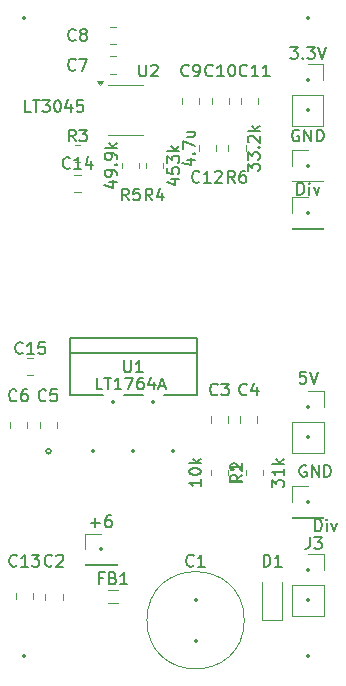
<source format=gbr>
%TF.GenerationSoftware,KiCad,Pcbnew,8.0.2*%
%TF.CreationDate,2024-06-04T16:14:45-04:00*%
%TF.ProjectId,Power Supply,506f7765-7220-4537-9570-706c792e6b69,rev?*%
%TF.SameCoordinates,Original*%
%TF.FileFunction,Legend,Top*%
%TF.FilePolarity,Positive*%
%FSLAX46Y46*%
G04 Gerber Fmt 4.6, Leading zero omitted, Abs format (unit mm)*
G04 Created by KiCad (PCBNEW 8.0.2) date 2024-06-04 16:14:45*
%MOMM*%
%LPD*%
G01*
G04 APERTURE LIST*
%ADD10C,0.150000*%
%ADD11C,0.120000*%
%ADD12C,0.152400*%
%ADD13C,0.350000*%
G04 APERTURE END LIST*
D10*
X165860588Y-99417438D02*
X165765350Y-99369819D01*
X165765350Y-99369819D02*
X165622493Y-99369819D01*
X165622493Y-99369819D02*
X165479636Y-99417438D01*
X165479636Y-99417438D02*
X165384398Y-99512676D01*
X165384398Y-99512676D02*
X165336779Y-99607914D01*
X165336779Y-99607914D02*
X165289160Y-99798390D01*
X165289160Y-99798390D02*
X165289160Y-99941247D01*
X165289160Y-99941247D02*
X165336779Y-100131723D01*
X165336779Y-100131723D02*
X165384398Y-100226961D01*
X165384398Y-100226961D02*
X165479636Y-100322200D01*
X165479636Y-100322200D02*
X165622493Y-100369819D01*
X165622493Y-100369819D02*
X165717731Y-100369819D01*
X165717731Y-100369819D02*
X165860588Y-100322200D01*
X165860588Y-100322200D02*
X165908207Y-100274580D01*
X165908207Y-100274580D02*
X165908207Y-99941247D01*
X165908207Y-99941247D02*
X165717731Y-99941247D01*
X166336779Y-100369819D02*
X166336779Y-99369819D01*
X166336779Y-99369819D02*
X166908207Y-100369819D01*
X166908207Y-100369819D02*
X166908207Y-99369819D01*
X167384398Y-100369819D02*
X167384398Y-99369819D01*
X167384398Y-99369819D02*
X167622493Y-99369819D01*
X167622493Y-99369819D02*
X167765350Y-99417438D01*
X167765350Y-99417438D02*
X167860588Y-99512676D01*
X167860588Y-99512676D02*
X167908207Y-99607914D01*
X167908207Y-99607914D02*
X167955826Y-99798390D01*
X167955826Y-99798390D02*
X167955826Y-99941247D01*
X167955826Y-99941247D02*
X167908207Y-100131723D01*
X167908207Y-100131723D02*
X167860588Y-100226961D01*
X167860588Y-100226961D02*
X167765350Y-100322200D01*
X167765350Y-100322200D02*
X167622493Y-100369819D01*
X167622493Y-100369819D02*
X167384398Y-100369819D01*
X145857142Y-74179580D02*
X145809523Y-74227200D01*
X145809523Y-74227200D02*
X145666666Y-74274819D01*
X145666666Y-74274819D02*
X145571428Y-74274819D01*
X145571428Y-74274819D02*
X145428571Y-74227200D01*
X145428571Y-74227200D02*
X145333333Y-74131961D01*
X145333333Y-74131961D02*
X145285714Y-74036723D01*
X145285714Y-74036723D02*
X145238095Y-73846247D01*
X145238095Y-73846247D02*
X145238095Y-73703390D01*
X145238095Y-73703390D02*
X145285714Y-73512914D01*
X145285714Y-73512914D02*
X145333333Y-73417676D01*
X145333333Y-73417676D02*
X145428571Y-73322438D01*
X145428571Y-73322438D02*
X145571428Y-73274819D01*
X145571428Y-73274819D02*
X145666666Y-73274819D01*
X145666666Y-73274819D02*
X145809523Y-73322438D01*
X145809523Y-73322438D02*
X145857142Y-73370057D01*
X146809523Y-74274819D02*
X146238095Y-74274819D01*
X146523809Y-74274819D02*
X146523809Y-73274819D01*
X146523809Y-73274819D02*
X146428571Y-73417676D01*
X146428571Y-73417676D02*
X146333333Y-73512914D01*
X146333333Y-73512914D02*
X146238095Y-73560533D01*
X147666666Y-73608152D02*
X147666666Y-74274819D01*
X147428571Y-73227200D02*
X147190476Y-73941485D01*
X147190476Y-73941485D02*
X147809523Y-73941485D01*
X158358333Y-93359580D02*
X158310714Y-93407200D01*
X158310714Y-93407200D02*
X158167857Y-93454819D01*
X158167857Y-93454819D02*
X158072619Y-93454819D01*
X158072619Y-93454819D02*
X157929762Y-93407200D01*
X157929762Y-93407200D02*
X157834524Y-93311961D01*
X157834524Y-93311961D02*
X157786905Y-93216723D01*
X157786905Y-93216723D02*
X157739286Y-93026247D01*
X157739286Y-93026247D02*
X157739286Y-92883390D01*
X157739286Y-92883390D02*
X157786905Y-92692914D01*
X157786905Y-92692914D02*
X157834524Y-92597676D01*
X157834524Y-92597676D02*
X157929762Y-92502438D01*
X157929762Y-92502438D02*
X158072619Y-92454819D01*
X158072619Y-92454819D02*
X158167857Y-92454819D01*
X158167857Y-92454819D02*
X158310714Y-92502438D01*
X158310714Y-92502438D02*
X158358333Y-92550057D01*
X158691667Y-92454819D02*
X159310714Y-92454819D01*
X159310714Y-92454819D02*
X158977381Y-92835771D01*
X158977381Y-92835771D02*
X159120238Y-92835771D01*
X159120238Y-92835771D02*
X159215476Y-92883390D01*
X159215476Y-92883390D02*
X159263095Y-92931009D01*
X159263095Y-92931009D02*
X159310714Y-93026247D01*
X159310714Y-93026247D02*
X159310714Y-93264342D01*
X159310714Y-93264342D02*
X159263095Y-93359580D01*
X159263095Y-93359580D02*
X159215476Y-93407200D01*
X159215476Y-93407200D02*
X159120238Y-93454819D01*
X159120238Y-93454819D02*
X158834524Y-93454819D01*
X158834524Y-93454819D02*
X158739286Y-93407200D01*
X158739286Y-93407200D02*
X158691667Y-93359580D01*
X141357142Y-107859580D02*
X141309523Y-107907200D01*
X141309523Y-107907200D02*
X141166666Y-107954819D01*
X141166666Y-107954819D02*
X141071428Y-107954819D01*
X141071428Y-107954819D02*
X140928571Y-107907200D01*
X140928571Y-107907200D02*
X140833333Y-107811961D01*
X140833333Y-107811961D02*
X140785714Y-107716723D01*
X140785714Y-107716723D02*
X140738095Y-107526247D01*
X140738095Y-107526247D02*
X140738095Y-107383390D01*
X140738095Y-107383390D02*
X140785714Y-107192914D01*
X140785714Y-107192914D02*
X140833333Y-107097676D01*
X140833333Y-107097676D02*
X140928571Y-107002438D01*
X140928571Y-107002438D02*
X141071428Y-106954819D01*
X141071428Y-106954819D02*
X141166666Y-106954819D01*
X141166666Y-106954819D02*
X141309523Y-107002438D01*
X141309523Y-107002438D02*
X141357142Y-107050057D01*
X142309523Y-107954819D02*
X141738095Y-107954819D01*
X142023809Y-107954819D02*
X142023809Y-106954819D01*
X142023809Y-106954819D02*
X141928571Y-107097676D01*
X141928571Y-107097676D02*
X141833333Y-107192914D01*
X141833333Y-107192914D02*
X141738095Y-107240533D01*
X142642857Y-106954819D02*
X143261904Y-106954819D01*
X143261904Y-106954819D02*
X142928571Y-107335771D01*
X142928571Y-107335771D02*
X143071428Y-107335771D01*
X143071428Y-107335771D02*
X143166666Y-107383390D01*
X143166666Y-107383390D02*
X143214285Y-107431009D01*
X143214285Y-107431009D02*
X143261904Y-107526247D01*
X143261904Y-107526247D02*
X143261904Y-107764342D01*
X143261904Y-107764342D02*
X143214285Y-107859580D01*
X143214285Y-107859580D02*
X143166666Y-107907200D01*
X143166666Y-107907200D02*
X143071428Y-107954819D01*
X143071428Y-107954819D02*
X142785714Y-107954819D01*
X142785714Y-107954819D02*
X142690476Y-107907200D01*
X142690476Y-107907200D02*
X142642857Y-107859580D01*
X157947142Y-66359580D02*
X157899523Y-66407200D01*
X157899523Y-66407200D02*
X157756666Y-66454819D01*
X157756666Y-66454819D02*
X157661428Y-66454819D01*
X157661428Y-66454819D02*
X157518571Y-66407200D01*
X157518571Y-66407200D02*
X157423333Y-66311961D01*
X157423333Y-66311961D02*
X157375714Y-66216723D01*
X157375714Y-66216723D02*
X157328095Y-66026247D01*
X157328095Y-66026247D02*
X157328095Y-65883390D01*
X157328095Y-65883390D02*
X157375714Y-65692914D01*
X157375714Y-65692914D02*
X157423333Y-65597676D01*
X157423333Y-65597676D02*
X157518571Y-65502438D01*
X157518571Y-65502438D02*
X157661428Y-65454819D01*
X157661428Y-65454819D02*
X157756666Y-65454819D01*
X157756666Y-65454819D02*
X157899523Y-65502438D01*
X157899523Y-65502438D02*
X157947142Y-65550057D01*
X158899523Y-66454819D02*
X158328095Y-66454819D01*
X158613809Y-66454819D02*
X158613809Y-65454819D01*
X158613809Y-65454819D02*
X158518571Y-65597676D01*
X158518571Y-65597676D02*
X158423333Y-65692914D01*
X158423333Y-65692914D02*
X158328095Y-65740533D01*
X159518571Y-65454819D02*
X159613809Y-65454819D01*
X159613809Y-65454819D02*
X159709047Y-65502438D01*
X159709047Y-65502438D02*
X159756666Y-65550057D01*
X159756666Y-65550057D02*
X159804285Y-65645295D01*
X159804285Y-65645295D02*
X159851904Y-65835771D01*
X159851904Y-65835771D02*
X159851904Y-66073866D01*
X159851904Y-66073866D02*
X159804285Y-66264342D01*
X159804285Y-66264342D02*
X159756666Y-66359580D01*
X159756666Y-66359580D02*
X159709047Y-66407200D01*
X159709047Y-66407200D02*
X159613809Y-66454819D01*
X159613809Y-66454819D02*
X159518571Y-66454819D01*
X159518571Y-66454819D02*
X159423333Y-66407200D01*
X159423333Y-66407200D02*
X159375714Y-66359580D01*
X159375714Y-66359580D02*
X159328095Y-66264342D01*
X159328095Y-66264342D02*
X159280476Y-66073866D01*
X159280476Y-66073866D02*
X159280476Y-65835771D01*
X159280476Y-65835771D02*
X159328095Y-65645295D01*
X159328095Y-65645295D02*
X159375714Y-65550057D01*
X159375714Y-65550057D02*
X159423333Y-65502438D01*
X159423333Y-65502438D02*
X159518571Y-65454819D01*
X160454819Y-100191666D02*
X159978628Y-100524999D01*
X160454819Y-100763094D02*
X159454819Y-100763094D01*
X159454819Y-100763094D02*
X159454819Y-100382142D01*
X159454819Y-100382142D02*
X159502438Y-100286904D01*
X159502438Y-100286904D02*
X159550057Y-100239285D01*
X159550057Y-100239285D02*
X159645295Y-100191666D01*
X159645295Y-100191666D02*
X159788152Y-100191666D01*
X159788152Y-100191666D02*
X159883390Y-100239285D01*
X159883390Y-100239285D02*
X159931009Y-100286904D01*
X159931009Y-100286904D02*
X159978628Y-100382142D01*
X159978628Y-100382142D02*
X159978628Y-100763094D01*
X160454819Y-99239285D02*
X160454819Y-99810713D01*
X160454819Y-99524999D02*
X159454819Y-99524999D01*
X159454819Y-99524999D02*
X159597676Y-99620237D01*
X159597676Y-99620237D02*
X159692914Y-99715475D01*
X159692914Y-99715475D02*
X159740533Y-99810713D01*
X162954819Y-101239285D02*
X162954819Y-100620238D01*
X162954819Y-100620238D02*
X163335771Y-100953571D01*
X163335771Y-100953571D02*
X163335771Y-100810714D01*
X163335771Y-100810714D02*
X163383390Y-100715476D01*
X163383390Y-100715476D02*
X163431009Y-100667857D01*
X163431009Y-100667857D02*
X163526247Y-100620238D01*
X163526247Y-100620238D02*
X163764342Y-100620238D01*
X163764342Y-100620238D02*
X163859580Y-100667857D01*
X163859580Y-100667857D02*
X163907200Y-100715476D01*
X163907200Y-100715476D02*
X163954819Y-100810714D01*
X163954819Y-100810714D02*
X163954819Y-101096428D01*
X163954819Y-101096428D02*
X163907200Y-101191666D01*
X163907200Y-101191666D02*
X163859580Y-101239285D01*
X163954819Y-99667857D02*
X163954819Y-100239285D01*
X163954819Y-99953571D02*
X162954819Y-99953571D01*
X162954819Y-99953571D02*
X163097676Y-100048809D01*
X163097676Y-100048809D02*
X163192914Y-100144047D01*
X163192914Y-100144047D02*
X163240533Y-100239285D01*
X163954819Y-99239285D02*
X162954819Y-99239285D01*
X163573866Y-99144047D02*
X163954819Y-98858333D01*
X163288152Y-98858333D02*
X163669104Y-99239285D01*
X156333333Y-107859580D02*
X156285714Y-107907200D01*
X156285714Y-107907200D02*
X156142857Y-107954819D01*
X156142857Y-107954819D02*
X156047619Y-107954819D01*
X156047619Y-107954819D02*
X155904762Y-107907200D01*
X155904762Y-107907200D02*
X155809524Y-107811961D01*
X155809524Y-107811961D02*
X155761905Y-107716723D01*
X155761905Y-107716723D02*
X155714286Y-107526247D01*
X155714286Y-107526247D02*
X155714286Y-107383390D01*
X155714286Y-107383390D02*
X155761905Y-107192914D01*
X155761905Y-107192914D02*
X155809524Y-107097676D01*
X155809524Y-107097676D02*
X155904762Y-107002438D01*
X155904762Y-107002438D02*
X156047619Y-106954819D01*
X156047619Y-106954819D02*
X156142857Y-106954819D01*
X156142857Y-106954819D02*
X156285714Y-107002438D01*
X156285714Y-107002438D02*
X156333333Y-107050057D01*
X157285714Y-107954819D02*
X156714286Y-107954819D01*
X157000000Y-107954819D02*
X157000000Y-106954819D01*
X157000000Y-106954819D02*
X156904762Y-107097676D01*
X156904762Y-107097676D02*
X156809524Y-107192914D01*
X156809524Y-107192914D02*
X156714286Y-107240533D01*
X146333333Y-71954819D02*
X146000000Y-71478628D01*
X145761905Y-71954819D02*
X145761905Y-70954819D01*
X145761905Y-70954819D02*
X146142857Y-70954819D01*
X146142857Y-70954819D02*
X146238095Y-71002438D01*
X146238095Y-71002438D02*
X146285714Y-71050057D01*
X146285714Y-71050057D02*
X146333333Y-71145295D01*
X146333333Y-71145295D02*
X146333333Y-71288152D01*
X146333333Y-71288152D02*
X146285714Y-71383390D01*
X146285714Y-71383390D02*
X146238095Y-71431009D01*
X146238095Y-71431009D02*
X146142857Y-71478628D01*
X146142857Y-71478628D02*
X145761905Y-71478628D01*
X146666667Y-70954819D02*
X147285714Y-70954819D01*
X147285714Y-70954819D02*
X146952381Y-71335771D01*
X146952381Y-71335771D02*
X147095238Y-71335771D01*
X147095238Y-71335771D02*
X147190476Y-71383390D01*
X147190476Y-71383390D02*
X147238095Y-71431009D01*
X147238095Y-71431009D02*
X147285714Y-71526247D01*
X147285714Y-71526247D02*
X147285714Y-71764342D01*
X147285714Y-71764342D02*
X147238095Y-71859580D01*
X147238095Y-71859580D02*
X147190476Y-71907200D01*
X147190476Y-71907200D02*
X147095238Y-71954819D01*
X147095238Y-71954819D02*
X146809524Y-71954819D01*
X146809524Y-71954819D02*
X146714286Y-71907200D01*
X146714286Y-71907200D02*
X146666667Y-71859580D01*
X166619048Y-104954819D02*
X166619048Y-103954819D01*
X166619048Y-103954819D02*
X166857143Y-103954819D01*
X166857143Y-103954819D02*
X167000000Y-104002438D01*
X167000000Y-104002438D02*
X167095238Y-104097676D01*
X167095238Y-104097676D02*
X167142857Y-104192914D01*
X167142857Y-104192914D02*
X167190476Y-104383390D01*
X167190476Y-104383390D02*
X167190476Y-104526247D01*
X167190476Y-104526247D02*
X167142857Y-104716723D01*
X167142857Y-104716723D02*
X167095238Y-104811961D01*
X167095238Y-104811961D02*
X167000000Y-104907200D01*
X167000000Y-104907200D02*
X166857143Y-104954819D01*
X166857143Y-104954819D02*
X166619048Y-104954819D01*
X167619048Y-104954819D02*
X167619048Y-104288152D01*
X167619048Y-103954819D02*
X167571429Y-104002438D01*
X167571429Y-104002438D02*
X167619048Y-104050057D01*
X167619048Y-104050057D02*
X167666667Y-104002438D01*
X167666667Y-104002438D02*
X167619048Y-103954819D01*
X167619048Y-103954819D02*
X167619048Y-104050057D01*
X168000000Y-104288152D02*
X168238095Y-104954819D01*
X168238095Y-104954819D02*
X168476190Y-104288152D01*
X143833333Y-93859580D02*
X143785714Y-93907200D01*
X143785714Y-93907200D02*
X143642857Y-93954819D01*
X143642857Y-93954819D02*
X143547619Y-93954819D01*
X143547619Y-93954819D02*
X143404762Y-93907200D01*
X143404762Y-93907200D02*
X143309524Y-93811961D01*
X143309524Y-93811961D02*
X143261905Y-93716723D01*
X143261905Y-93716723D02*
X143214286Y-93526247D01*
X143214286Y-93526247D02*
X143214286Y-93383390D01*
X143214286Y-93383390D02*
X143261905Y-93192914D01*
X143261905Y-93192914D02*
X143309524Y-93097676D01*
X143309524Y-93097676D02*
X143404762Y-93002438D01*
X143404762Y-93002438D02*
X143547619Y-92954819D01*
X143547619Y-92954819D02*
X143642857Y-92954819D01*
X143642857Y-92954819D02*
X143785714Y-93002438D01*
X143785714Y-93002438D02*
X143833333Y-93050057D01*
X144738095Y-92954819D02*
X144261905Y-92954819D01*
X144261905Y-92954819D02*
X144214286Y-93431009D01*
X144214286Y-93431009D02*
X144261905Y-93383390D01*
X144261905Y-93383390D02*
X144357143Y-93335771D01*
X144357143Y-93335771D02*
X144595238Y-93335771D01*
X144595238Y-93335771D02*
X144690476Y-93383390D01*
X144690476Y-93383390D02*
X144738095Y-93431009D01*
X144738095Y-93431009D02*
X144785714Y-93526247D01*
X144785714Y-93526247D02*
X144785714Y-93764342D01*
X144785714Y-93764342D02*
X144738095Y-93859580D01*
X144738095Y-93859580D02*
X144690476Y-93907200D01*
X144690476Y-93907200D02*
X144595238Y-93954819D01*
X144595238Y-93954819D02*
X144357143Y-93954819D01*
X144357143Y-93954819D02*
X144261905Y-93907200D01*
X144261905Y-93907200D02*
X144214286Y-93859580D01*
X141333333Y-93859580D02*
X141285714Y-93907200D01*
X141285714Y-93907200D02*
X141142857Y-93954819D01*
X141142857Y-93954819D02*
X141047619Y-93954819D01*
X141047619Y-93954819D02*
X140904762Y-93907200D01*
X140904762Y-93907200D02*
X140809524Y-93811961D01*
X140809524Y-93811961D02*
X140761905Y-93716723D01*
X140761905Y-93716723D02*
X140714286Y-93526247D01*
X140714286Y-93526247D02*
X140714286Y-93383390D01*
X140714286Y-93383390D02*
X140761905Y-93192914D01*
X140761905Y-93192914D02*
X140809524Y-93097676D01*
X140809524Y-93097676D02*
X140904762Y-93002438D01*
X140904762Y-93002438D02*
X141047619Y-92954819D01*
X141047619Y-92954819D02*
X141142857Y-92954819D01*
X141142857Y-92954819D02*
X141285714Y-93002438D01*
X141285714Y-93002438D02*
X141333333Y-93050057D01*
X142190476Y-92954819D02*
X142000000Y-92954819D01*
X142000000Y-92954819D02*
X141904762Y-93002438D01*
X141904762Y-93002438D02*
X141857143Y-93050057D01*
X141857143Y-93050057D02*
X141761905Y-93192914D01*
X141761905Y-93192914D02*
X141714286Y-93383390D01*
X141714286Y-93383390D02*
X141714286Y-93764342D01*
X141714286Y-93764342D02*
X141761905Y-93859580D01*
X141761905Y-93859580D02*
X141809524Y-93907200D01*
X141809524Y-93907200D02*
X141904762Y-93954819D01*
X141904762Y-93954819D02*
X142095238Y-93954819D01*
X142095238Y-93954819D02*
X142190476Y-93907200D01*
X142190476Y-93907200D02*
X142238095Y-93859580D01*
X142238095Y-93859580D02*
X142285714Y-93764342D01*
X142285714Y-93764342D02*
X142285714Y-93526247D01*
X142285714Y-93526247D02*
X142238095Y-93431009D01*
X142238095Y-93431009D02*
X142190476Y-93383390D01*
X142190476Y-93383390D02*
X142095238Y-93335771D01*
X142095238Y-93335771D02*
X141904762Y-93335771D01*
X141904762Y-93335771D02*
X141809524Y-93383390D01*
X141809524Y-93383390D02*
X141761905Y-93431009D01*
X141761905Y-93431009D02*
X141714286Y-93526247D01*
X150833333Y-76954819D02*
X150500000Y-76478628D01*
X150261905Y-76954819D02*
X150261905Y-75954819D01*
X150261905Y-75954819D02*
X150642857Y-75954819D01*
X150642857Y-75954819D02*
X150738095Y-76002438D01*
X150738095Y-76002438D02*
X150785714Y-76050057D01*
X150785714Y-76050057D02*
X150833333Y-76145295D01*
X150833333Y-76145295D02*
X150833333Y-76288152D01*
X150833333Y-76288152D02*
X150785714Y-76383390D01*
X150785714Y-76383390D02*
X150738095Y-76431009D01*
X150738095Y-76431009D02*
X150642857Y-76478628D01*
X150642857Y-76478628D02*
X150261905Y-76478628D01*
X151738095Y-75954819D02*
X151261905Y-75954819D01*
X151261905Y-75954819D02*
X151214286Y-76431009D01*
X151214286Y-76431009D02*
X151261905Y-76383390D01*
X151261905Y-76383390D02*
X151357143Y-76335771D01*
X151357143Y-76335771D02*
X151595238Y-76335771D01*
X151595238Y-76335771D02*
X151690476Y-76383390D01*
X151690476Y-76383390D02*
X151738095Y-76431009D01*
X151738095Y-76431009D02*
X151785714Y-76526247D01*
X151785714Y-76526247D02*
X151785714Y-76764342D01*
X151785714Y-76764342D02*
X151738095Y-76859580D01*
X151738095Y-76859580D02*
X151690476Y-76907200D01*
X151690476Y-76907200D02*
X151595238Y-76954819D01*
X151595238Y-76954819D02*
X151357143Y-76954819D01*
X151357143Y-76954819D02*
X151261905Y-76907200D01*
X151261905Y-76907200D02*
X151214286Y-76859580D01*
X149138152Y-75404761D02*
X149804819Y-75404761D01*
X148757200Y-75642856D02*
X149471485Y-75880951D01*
X149471485Y-75880951D02*
X149471485Y-75261904D01*
X149804819Y-74833332D02*
X149804819Y-74642856D01*
X149804819Y-74642856D02*
X149757200Y-74547618D01*
X149757200Y-74547618D02*
X149709580Y-74499999D01*
X149709580Y-74499999D02*
X149566723Y-74404761D01*
X149566723Y-74404761D02*
X149376247Y-74357142D01*
X149376247Y-74357142D02*
X148995295Y-74357142D01*
X148995295Y-74357142D02*
X148900057Y-74404761D01*
X148900057Y-74404761D02*
X148852438Y-74452380D01*
X148852438Y-74452380D02*
X148804819Y-74547618D01*
X148804819Y-74547618D02*
X148804819Y-74738094D01*
X148804819Y-74738094D02*
X148852438Y-74833332D01*
X148852438Y-74833332D02*
X148900057Y-74880951D01*
X148900057Y-74880951D02*
X148995295Y-74928570D01*
X148995295Y-74928570D02*
X149233390Y-74928570D01*
X149233390Y-74928570D02*
X149328628Y-74880951D01*
X149328628Y-74880951D02*
X149376247Y-74833332D01*
X149376247Y-74833332D02*
X149423866Y-74738094D01*
X149423866Y-74738094D02*
X149423866Y-74547618D01*
X149423866Y-74547618D02*
X149376247Y-74452380D01*
X149376247Y-74452380D02*
X149328628Y-74404761D01*
X149328628Y-74404761D02*
X149233390Y-74357142D01*
X149709580Y-73928570D02*
X149757200Y-73880951D01*
X149757200Y-73880951D02*
X149804819Y-73928570D01*
X149804819Y-73928570D02*
X149757200Y-73976189D01*
X149757200Y-73976189D02*
X149709580Y-73928570D01*
X149709580Y-73928570D02*
X149804819Y-73928570D01*
X149804819Y-73404761D02*
X149804819Y-73214285D01*
X149804819Y-73214285D02*
X149757200Y-73119047D01*
X149757200Y-73119047D02*
X149709580Y-73071428D01*
X149709580Y-73071428D02*
X149566723Y-72976190D01*
X149566723Y-72976190D02*
X149376247Y-72928571D01*
X149376247Y-72928571D02*
X148995295Y-72928571D01*
X148995295Y-72928571D02*
X148900057Y-72976190D01*
X148900057Y-72976190D02*
X148852438Y-73023809D01*
X148852438Y-73023809D02*
X148804819Y-73119047D01*
X148804819Y-73119047D02*
X148804819Y-73309523D01*
X148804819Y-73309523D02*
X148852438Y-73404761D01*
X148852438Y-73404761D02*
X148900057Y-73452380D01*
X148900057Y-73452380D02*
X148995295Y-73499999D01*
X148995295Y-73499999D02*
X149233390Y-73499999D01*
X149233390Y-73499999D02*
X149328628Y-73452380D01*
X149328628Y-73452380D02*
X149376247Y-73404761D01*
X149376247Y-73404761D02*
X149423866Y-73309523D01*
X149423866Y-73309523D02*
X149423866Y-73119047D01*
X149423866Y-73119047D02*
X149376247Y-73023809D01*
X149376247Y-73023809D02*
X149328628Y-72976190D01*
X149328628Y-72976190D02*
X149233390Y-72928571D01*
X149804819Y-72499999D02*
X148804819Y-72499999D01*
X149423866Y-72404761D02*
X149804819Y-72119047D01*
X149138152Y-72119047D02*
X149519104Y-72499999D01*
X159833333Y-75454819D02*
X159500000Y-74978628D01*
X159261905Y-75454819D02*
X159261905Y-74454819D01*
X159261905Y-74454819D02*
X159642857Y-74454819D01*
X159642857Y-74454819D02*
X159738095Y-74502438D01*
X159738095Y-74502438D02*
X159785714Y-74550057D01*
X159785714Y-74550057D02*
X159833333Y-74645295D01*
X159833333Y-74645295D02*
X159833333Y-74788152D01*
X159833333Y-74788152D02*
X159785714Y-74883390D01*
X159785714Y-74883390D02*
X159738095Y-74931009D01*
X159738095Y-74931009D02*
X159642857Y-74978628D01*
X159642857Y-74978628D02*
X159261905Y-74978628D01*
X160690476Y-74454819D02*
X160500000Y-74454819D01*
X160500000Y-74454819D02*
X160404762Y-74502438D01*
X160404762Y-74502438D02*
X160357143Y-74550057D01*
X160357143Y-74550057D02*
X160261905Y-74692914D01*
X160261905Y-74692914D02*
X160214286Y-74883390D01*
X160214286Y-74883390D02*
X160214286Y-75264342D01*
X160214286Y-75264342D02*
X160261905Y-75359580D01*
X160261905Y-75359580D02*
X160309524Y-75407200D01*
X160309524Y-75407200D02*
X160404762Y-75454819D01*
X160404762Y-75454819D02*
X160595238Y-75454819D01*
X160595238Y-75454819D02*
X160690476Y-75407200D01*
X160690476Y-75407200D02*
X160738095Y-75359580D01*
X160738095Y-75359580D02*
X160785714Y-75264342D01*
X160785714Y-75264342D02*
X160785714Y-75026247D01*
X160785714Y-75026247D02*
X160738095Y-74931009D01*
X160738095Y-74931009D02*
X160690476Y-74883390D01*
X160690476Y-74883390D02*
X160595238Y-74835771D01*
X160595238Y-74835771D02*
X160404762Y-74835771D01*
X160404762Y-74835771D02*
X160309524Y-74883390D01*
X160309524Y-74883390D02*
X160261905Y-74931009D01*
X160261905Y-74931009D02*
X160214286Y-75026247D01*
X160917319Y-74466070D02*
X160917319Y-73847023D01*
X160917319Y-73847023D02*
X161298271Y-74180356D01*
X161298271Y-74180356D02*
X161298271Y-74037499D01*
X161298271Y-74037499D02*
X161345890Y-73942261D01*
X161345890Y-73942261D02*
X161393509Y-73894642D01*
X161393509Y-73894642D02*
X161488747Y-73847023D01*
X161488747Y-73847023D02*
X161726842Y-73847023D01*
X161726842Y-73847023D02*
X161822080Y-73894642D01*
X161822080Y-73894642D02*
X161869700Y-73942261D01*
X161869700Y-73942261D02*
X161917319Y-74037499D01*
X161917319Y-74037499D02*
X161917319Y-74323213D01*
X161917319Y-74323213D02*
X161869700Y-74418451D01*
X161869700Y-74418451D02*
X161822080Y-74466070D01*
X160917319Y-73513689D02*
X160917319Y-72894642D01*
X160917319Y-72894642D02*
X161298271Y-73227975D01*
X161298271Y-73227975D02*
X161298271Y-73085118D01*
X161298271Y-73085118D02*
X161345890Y-72989880D01*
X161345890Y-72989880D02*
X161393509Y-72942261D01*
X161393509Y-72942261D02*
X161488747Y-72894642D01*
X161488747Y-72894642D02*
X161726842Y-72894642D01*
X161726842Y-72894642D02*
X161822080Y-72942261D01*
X161822080Y-72942261D02*
X161869700Y-72989880D01*
X161869700Y-72989880D02*
X161917319Y-73085118D01*
X161917319Y-73085118D02*
X161917319Y-73370832D01*
X161917319Y-73370832D02*
X161869700Y-73466070D01*
X161869700Y-73466070D02*
X161822080Y-73513689D01*
X161822080Y-72466070D02*
X161869700Y-72418451D01*
X161869700Y-72418451D02*
X161917319Y-72466070D01*
X161917319Y-72466070D02*
X161869700Y-72513689D01*
X161869700Y-72513689D02*
X161822080Y-72466070D01*
X161822080Y-72466070D02*
X161917319Y-72466070D01*
X161012557Y-72037499D02*
X160964938Y-71989880D01*
X160964938Y-71989880D02*
X160917319Y-71894642D01*
X160917319Y-71894642D02*
X160917319Y-71656547D01*
X160917319Y-71656547D02*
X160964938Y-71561309D01*
X160964938Y-71561309D02*
X161012557Y-71513690D01*
X161012557Y-71513690D02*
X161107795Y-71466071D01*
X161107795Y-71466071D02*
X161203033Y-71466071D01*
X161203033Y-71466071D02*
X161345890Y-71513690D01*
X161345890Y-71513690D02*
X161917319Y-72085118D01*
X161917319Y-72085118D02*
X161917319Y-71466071D01*
X161917319Y-71037499D02*
X160917319Y-71037499D01*
X161536366Y-70942261D02*
X161917319Y-70656547D01*
X161250652Y-70656547D02*
X161631604Y-71037499D01*
X146333333Y-63359580D02*
X146285714Y-63407200D01*
X146285714Y-63407200D02*
X146142857Y-63454819D01*
X146142857Y-63454819D02*
X146047619Y-63454819D01*
X146047619Y-63454819D02*
X145904762Y-63407200D01*
X145904762Y-63407200D02*
X145809524Y-63311961D01*
X145809524Y-63311961D02*
X145761905Y-63216723D01*
X145761905Y-63216723D02*
X145714286Y-63026247D01*
X145714286Y-63026247D02*
X145714286Y-62883390D01*
X145714286Y-62883390D02*
X145761905Y-62692914D01*
X145761905Y-62692914D02*
X145809524Y-62597676D01*
X145809524Y-62597676D02*
X145904762Y-62502438D01*
X145904762Y-62502438D02*
X146047619Y-62454819D01*
X146047619Y-62454819D02*
X146142857Y-62454819D01*
X146142857Y-62454819D02*
X146285714Y-62502438D01*
X146285714Y-62502438D02*
X146333333Y-62550057D01*
X146904762Y-62883390D02*
X146809524Y-62835771D01*
X146809524Y-62835771D02*
X146761905Y-62788152D01*
X146761905Y-62788152D02*
X146714286Y-62692914D01*
X146714286Y-62692914D02*
X146714286Y-62645295D01*
X146714286Y-62645295D02*
X146761905Y-62550057D01*
X146761905Y-62550057D02*
X146809524Y-62502438D01*
X146809524Y-62502438D02*
X146904762Y-62454819D01*
X146904762Y-62454819D02*
X147095238Y-62454819D01*
X147095238Y-62454819D02*
X147190476Y-62502438D01*
X147190476Y-62502438D02*
X147238095Y-62550057D01*
X147238095Y-62550057D02*
X147285714Y-62645295D01*
X147285714Y-62645295D02*
X147285714Y-62692914D01*
X147285714Y-62692914D02*
X147238095Y-62788152D01*
X147238095Y-62788152D02*
X147190476Y-62835771D01*
X147190476Y-62835771D02*
X147095238Y-62883390D01*
X147095238Y-62883390D02*
X146904762Y-62883390D01*
X146904762Y-62883390D02*
X146809524Y-62931009D01*
X146809524Y-62931009D02*
X146761905Y-62978628D01*
X146761905Y-62978628D02*
X146714286Y-63073866D01*
X146714286Y-63073866D02*
X146714286Y-63264342D01*
X146714286Y-63264342D02*
X146761905Y-63359580D01*
X146761905Y-63359580D02*
X146809524Y-63407200D01*
X146809524Y-63407200D02*
X146904762Y-63454819D01*
X146904762Y-63454819D02*
X147095238Y-63454819D01*
X147095238Y-63454819D02*
X147190476Y-63407200D01*
X147190476Y-63407200D02*
X147238095Y-63359580D01*
X147238095Y-63359580D02*
X147285714Y-63264342D01*
X147285714Y-63264342D02*
X147285714Y-63073866D01*
X147285714Y-63073866D02*
X147238095Y-62978628D01*
X147238095Y-62978628D02*
X147190476Y-62931009D01*
X147190476Y-62931009D02*
X147095238Y-62883390D01*
X146333333Y-65859580D02*
X146285714Y-65907200D01*
X146285714Y-65907200D02*
X146142857Y-65954819D01*
X146142857Y-65954819D02*
X146047619Y-65954819D01*
X146047619Y-65954819D02*
X145904762Y-65907200D01*
X145904762Y-65907200D02*
X145809524Y-65811961D01*
X145809524Y-65811961D02*
X145761905Y-65716723D01*
X145761905Y-65716723D02*
X145714286Y-65526247D01*
X145714286Y-65526247D02*
X145714286Y-65383390D01*
X145714286Y-65383390D02*
X145761905Y-65192914D01*
X145761905Y-65192914D02*
X145809524Y-65097676D01*
X145809524Y-65097676D02*
X145904762Y-65002438D01*
X145904762Y-65002438D02*
X146047619Y-64954819D01*
X146047619Y-64954819D02*
X146142857Y-64954819D01*
X146142857Y-64954819D02*
X146285714Y-65002438D01*
X146285714Y-65002438D02*
X146333333Y-65050057D01*
X146666667Y-64954819D02*
X147333333Y-64954819D01*
X147333333Y-64954819D02*
X146904762Y-65954819D01*
X165834523Y-91454819D02*
X165358333Y-91454819D01*
X165358333Y-91454819D02*
X165310714Y-91931009D01*
X165310714Y-91931009D02*
X165358333Y-91883390D01*
X165358333Y-91883390D02*
X165453571Y-91835771D01*
X165453571Y-91835771D02*
X165691666Y-91835771D01*
X165691666Y-91835771D02*
X165786904Y-91883390D01*
X165786904Y-91883390D02*
X165834523Y-91931009D01*
X165834523Y-91931009D02*
X165882142Y-92026247D01*
X165882142Y-92026247D02*
X165882142Y-92264342D01*
X165882142Y-92264342D02*
X165834523Y-92359580D01*
X165834523Y-92359580D02*
X165786904Y-92407200D01*
X165786904Y-92407200D02*
X165691666Y-92454819D01*
X165691666Y-92454819D02*
X165453571Y-92454819D01*
X165453571Y-92454819D02*
X165358333Y-92407200D01*
X165358333Y-92407200D02*
X165310714Y-92359580D01*
X166167857Y-91454819D02*
X166501190Y-92454819D01*
X166501190Y-92454819D02*
X166834523Y-91454819D01*
X141857142Y-89859580D02*
X141809523Y-89907200D01*
X141809523Y-89907200D02*
X141666666Y-89954819D01*
X141666666Y-89954819D02*
X141571428Y-89954819D01*
X141571428Y-89954819D02*
X141428571Y-89907200D01*
X141428571Y-89907200D02*
X141333333Y-89811961D01*
X141333333Y-89811961D02*
X141285714Y-89716723D01*
X141285714Y-89716723D02*
X141238095Y-89526247D01*
X141238095Y-89526247D02*
X141238095Y-89383390D01*
X141238095Y-89383390D02*
X141285714Y-89192914D01*
X141285714Y-89192914D02*
X141333333Y-89097676D01*
X141333333Y-89097676D02*
X141428571Y-89002438D01*
X141428571Y-89002438D02*
X141571428Y-88954819D01*
X141571428Y-88954819D02*
X141666666Y-88954819D01*
X141666666Y-88954819D02*
X141809523Y-89002438D01*
X141809523Y-89002438D02*
X141857142Y-89050057D01*
X142809523Y-89954819D02*
X142238095Y-89954819D01*
X142523809Y-89954819D02*
X142523809Y-88954819D01*
X142523809Y-88954819D02*
X142428571Y-89097676D01*
X142428571Y-89097676D02*
X142333333Y-89192914D01*
X142333333Y-89192914D02*
X142238095Y-89240533D01*
X143714285Y-88954819D02*
X143238095Y-88954819D01*
X143238095Y-88954819D02*
X143190476Y-89431009D01*
X143190476Y-89431009D02*
X143238095Y-89383390D01*
X143238095Y-89383390D02*
X143333333Y-89335771D01*
X143333333Y-89335771D02*
X143571428Y-89335771D01*
X143571428Y-89335771D02*
X143666666Y-89383390D01*
X143666666Y-89383390D02*
X143714285Y-89431009D01*
X143714285Y-89431009D02*
X143761904Y-89526247D01*
X143761904Y-89526247D02*
X143761904Y-89764342D01*
X143761904Y-89764342D02*
X143714285Y-89859580D01*
X143714285Y-89859580D02*
X143666666Y-89907200D01*
X143666666Y-89907200D02*
X143571428Y-89954819D01*
X143571428Y-89954819D02*
X143333333Y-89954819D01*
X143333333Y-89954819D02*
X143238095Y-89907200D01*
X143238095Y-89907200D02*
X143190476Y-89859580D01*
X144333333Y-107859580D02*
X144285714Y-107907200D01*
X144285714Y-107907200D02*
X144142857Y-107954819D01*
X144142857Y-107954819D02*
X144047619Y-107954819D01*
X144047619Y-107954819D02*
X143904762Y-107907200D01*
X143904762Y-107907200D02*
X143809524Y-107811961D01*
X143809524Y-107811961D02*
X143761905Y-107716723D01*
X143761905Y-107716723D02*
X143714286Y-107526247D01*
X143714286Y-107526247D02*
X143714286Y-107383390D01*
X143714286Y-107383390D02*
X143761905Y-107192914D01*
X143761905Y-107192914D02*
X143809524Y-107097676D01*
X143809524Y-107097676D02*
X143904762Y-107002438D01*
X143904762Y-107002438D02*
X144047619Y-106954819D01*
X144047619Y-106954819D02*
X144142857Y-106954819D01*
X144142857Y-106954819D02*
X144285714Y-107002438D01*
X144285714Y-107002438D02*
X144333333Y-107050057D01*
X144714286Y-107050057D02*
X144761905Y-107002438D01*
X144761905Y-107002438D02*
X144857143Y-106954819D01*
X144857143Y-106954819D02*
X145095238Y-106954819D01*
X145095238Y-106954819D02*
X145190476Y-107002438D01*
X145190476Y-107002438D02*
X145238095Y-107050057D01*
X145238095Y-107050057D02*
X145285714Y-107145295D01*
X145285714Y-107145295D02*
X145285714Y-107240533D01*
X145285714Y-107240533D02*
X145238095Y-107383390D01*
X145238095Y-107383390D02*
X144666667Y-107954819D01*
X144666667Y-107954819D02*
X145285714Y-107954819D01*
X166166666Y-105454819D02*
X166166666Y-106169104D01*
X166166666Y-106169104D02*
X166119047Y-106311961D01*
X166119047Y-106311961D02*
X166023809Y-106407200D01*
X166023809Y-106407200D02*
X165880952Y-106454819D01*
X165880952Y-106454819D02*
X165785714Y-106454819D01*
X166547619Y-105454819D02*
X167166666Y-105454819D01*
X167166666Y-105454819D02*
X166833333Y-105835771D01*
X166833333Y-105835771D02*
X166976190Y-105835771D01*
X166976190Y-105835771D02*
X167071428Y-105883390D01*
X167071428Y-105883390D02*
X167119047Y-105931009D01*
X167119047Y-105931009D02*
X167166666Y-106026247D01*
X167166666Y-106026247D02*
X167166666Y-106264342D01*
X167166666Y-106264342D02*
X167119047Y-106359580D01*
X167119047Y-106359580D02*
X167071428Y-106407200D01*
X167071428Y-106407200D02*
X166976190Y-106454819D01*
X166976190Y-106454819D02*
X166690476Y-106454819D01*
X166690476Y-106454819D02*
X166595238Y-106407200D01*
X166595238Y-106407200D02*
X166547619Y-106359580D01*
X165119048Y-76454819D02*
X165119048Y-75454819D01*
X165119048Y-75454819D02*
X165357143Y-75454819D01*
X165357143Y-75454819D02*
X165500000Y-75502438D01*
X165500000Y-75502438D02*
X165595238Y-75597676D01*
X165595238Y-75597676D02*
X165642857Y-75692914D01*
X165642857Y-75692914D02*
X165690476Y-75883390D01*
X165690476Y-75883390D02*
X165690476Y-76026247D01*
X165690476Y-76026247D02*
X165642857Y-76216723D01*
X165642857Y-76216723D02*
X165595238Y-76311961D01*
X165595238Y-76311961D02*
X165500000Y-76407200D01*
X165500000Y-76407200D02*
X165357143Y-76454819D01*
X165357143Y-76454819D02*
X165119048Y-76454819D01*
X166119048Y-76454819D02*
X166119048Y-75788152D01*
X166119048Y-75454819D02*
X166071429Y-75502438D01*
X166071429Y-75502438D02*
X166119048Y-75550057D01*
X166119048Y-75550057D02*
X166166667Y-75502438D01*
X166166667Y-75502438D02*
X166119048Y-75454819D01*
X166119048Y-75454819D02*
X166119048Y-75550057D01*
X166500000Y-75788152D02*
X166738095Y-76454819D01*
X166738095Y-76454819D02*
X166976190Y-75788152D01*
X164523810Y-63954819D02*
X165142857Y-63954819D01*
X165142857Y-63954819D02*
X164809524Y-64335771D01*
X164809524Y-64335771D02*
X164952381Y-64335771D01*
X164952381Y-64335771D02*
X165047619Y-64383390D01*
X165047619Y-64383390D02*
X165095238Y-64431009D01*
X165095238Y-64431009D02*
X165142857Y-64526247D01*
X165142857Y-64526247D02*
X165142857Y-64764342D01*
X165142857Y-64764342D02*
X165095238Y-64859580D01*
X165095238Y-64859580D02*
X165047619Y-64907200D01*
X165047619Y-64907200D02*
X164952381Y-64954819D01*
X164952381Y-64954819D02*
X164666667Y-64954819D01*
X164666667Y-64954819D02*
X164571429Y-64907200D01*
X164571429Y-64907200D02*
X164523810Y-64859580D01*
X165571429Y-64859580D02*
X165619048Y-64907200D01*
X165619048Y-64907200D02*
X165571429Y-64954819D01*
X165571429Y-64954819D02*
X165523810Y-64907200D01*
X165523810Y-64907200D02*
X165571429Y-64859580D01*
X165571429Y-64859580D02*
X165571429Y-64954819D01*
X165952381Y-63954819D02*
X166571428Y-63954819D01*
X166571428Y-63954819D02*
X166238095Y-64335771D01*
X166238095Y-64335771D02*
X166380952Y-64335771D01*
X166380952Y-64335771D02*
X166476190Y-64383390D01*
X166476190Y-64383390D02*
X166523809Y-64431009D01*
X166523809Y-64431009D02*
X166571428Y-64526247D01*
X166571428Y-64526247D02*
X166571428Y-64764342D01*
X166571428Y-64764342D02*
X166523809Y-64859580D01*
X166523809Y-64859580D02*
X166476190Y-64907200D01*
X166476190Y-64907200D02*
X166380952Y-64954819D01*
X166380952Y-64954819D02*
X166095238Y-64954819D01*
X166095238Y-64954819D02*
X166000000Y-64907200D01*
X166000000Y-64907200D02*
X165952381Y-64859580D01*
X166857143Y-63954819D02*
X167190476Y-64954819D01*
X167190476Y-64954819D02*
X167523809Y-63954819D01*
X156819642Y-75359580D02*
X156772023Y-75407200D01*
X156772023Y-75407200D02*
X156629166Y-75454819D01*
X156629166Y-75454819D02*
X156533928Y-75454819D01*
X156533928Y-75454819D02*
X156391071Y-75407200D01*
X156391071Y-75407200D02*
X156295833Y-75311961D01*
X156295833Y-75311961D02*
X156248214Y-75216723D01*
X156248214Y-75216723D02*
X156200595Y-75026247D01*
X156200595Y-75026247D02*
X156200595Y-74883390D01*
X156200595Y-74883390D02*
X156248214Y-74692914D01*
X156248214Y-74692914D02*
X156295833Y-74597676D01*
X156295833Y-74597676D02*
X156391071Y-74502438D01*
X156391071Y-74502438D02*
X156533928Y-74454819D01*
X156533928Y-74454819D02*
X156629166Y-74454819D01*
X156629166Y-74454819D02*
X156772023Y-74502438D01*
X156772023Y-74502438D02*
X156819642Y-74550057D01*
X157772023Y-75454819D02*
X157200595Y-75454819D01*
X157486309Y-75454819D02*
X157486309Y-74454819D01*
X157486309Y-74454819D02*
X157391071Y-74597676D01*
X157391071Y-74597676D02*
X157295833Y-74692914D01*
X157295833Y-74692914D02*
X157200595Y-74740533D01*
X158152976Y-74550057D02*
X158200595Y-74502438D01*
X158200595Y-74502438D02*
X158295833Y-74454819D01*
X158295833Y-74454819D02*
X158533928Y-74454819D01*
X158533928Y-74454819D02*
X158629166Y-74502438D01*
X158629166Y-74502438D02*
X158676785Y-74550057D01*
X158676785Y-74550057D02*
X158724404Y-74645295D01*
X158724404Y-74645295D02*
X158724404Y-74740533D01*
X158724404Y-74740533D02*
X158676785Y-74883390D01*
X158676785Y-74883390D02*
X158105357Y-75454819D01*
X158105357Y-75454819D02*
X158724404Y-75454819D01*
X155750652Y-73513690D02*
X156417319Y-73513690D01*
X155369700Y-73751785D02*
X156083985Y-73989880D01*
X156083985Y-73989880D02*
X156083985Y-73370833D01*
X156322080Y-72989880D02*
X156369700Y-72942261D01*
X156369700Y-72942261D02*
X156417319Y-72989880D01*
X156417319Y-72989880D02*
X156369700Y-73037499D01*
X156369700Y-73037499D02*
X156322080Y-72989880D01*
X156322080Y-72989880D02*
X156417319Y-72989880D01*
X155417319Y-72608928D02*
X155417319Y-71942262D01*
X155417319Y-71942262D02*
X156417319Y-72370833D01*
X155750652Y-71132738D02*
X156417319Y-71132738D01*
X155750652Y-71561309D02*
X156274461Y-71561309D01*
X156274461Y-71561309D02*
X156369700Y-71513690D01*
X156369700Y-71513690D02*
X156417319Y-71418452D01*
X156417319Y-71418452D02*
X156417319Y-71275595D01*
X156417319Y-71275595D02*
X156369700Y-71180357D01*
X156369700Y-71180357D02*
X156322080Y-71132738D01*
X160454819Y-100166666D02*
X159978628Y-100499999D01*
X160454819Y-100738094D02*
X159454819Y-100738094D01*
X159454819Y-100738094D02*
X159454819Y-100357142D01*
X159454819Y-100357142D02*
X159502438Y-100261904D01*
X159502438Y-100261904D02*
X159550057Y-100214285D01*
X159550057Y-100214285D02*
X159645295Y-100166666D01*
X159645295Y-100166666D02*
X159788152Y-100166666D01*
X159788152Y-100166666D02*
X159883390Y-100214285D01*
X159883390Y-100214285D02*
X159931009Y-100261904D01*
X159931009Y-100261904D02*
X159978628Y-100357142D01*
X159978628Y-100357142D02*
X159978628Y-100738094D01*
X159550057Y-99785713D02*
X159502438Y-99738094D01*
X159502438Y-99738094D02*
X159454819Y-99642856D01*
X159454819Y-99642856D02*
X159454819Y-99404761D01*
X159454819Y-99404761D02*
X159502438Y-99309523D01*
X159502438Y-99309523D02*
X159550057Y-99261904D01*
X159550057Y-99261904D02*
X159645295Y-99214285D01*
X159645295Y-99214285D02*
X159740533Y-99214285D01*
X159740533Y-99214285D02*
X159883390Y-99261904D01*
X159883390Y-99261904D02*
X160454819Y-99833332D01*
X160454819Y-99833332D02*
X160454819Y-99214285D01*
X156954819Y-100570238D02*
X156954819Y-101141666D01*
X156954819Y-100855952D02*
X155954819Y-100855952D01*
X155954819Y-100855952D02*
X156097676Y-100951190D01*
X156097676Y-100951190D02*
X156192914Y-101046428D01*
X156192914Y-101046428D02*
X156240533Y-101141666D01*
X155954819Y-99951190D02*
X155954819Y-99855952D01*
X155954819Y-99855952D02*
X156002438Y-99760714D01*
X156002438Y-99760714D02*
X156050057Y-99713095D01*
X156050057Y-99713095D02*
X156145295Y-99665476D01*
X156145295Y-99665476D02*
X156335771Y-99617857D01*
X156335771Y-99617857D02*
X156573866Y-99617857D01*
X156573866Y-99617857D02*
X156764342Y-99665476D01*
X156764342Y-99665476D02*
X156859580Y-99713095D01*
X156859580Y-99713095D02*
X156907200Y-99760714D01*
X156907200Y-99760714D02*
X156954819Y-99855952D01*
X156954819Y-99855952D02*
X156954819Y-99951190D01*
X156954819Y-99951190D02*
X156907200Y-100046428D01*
X156907200Y-100046428D02*
X156859580Y-100094047D01*
X156859580Y-100094047D02*
X156764342Y-100141666D01*
X156764342Y-100141666D02*
X156573866Y-100189285D01*
X156573866Y-100189285D02*
X156335771Y-100189285D01*
X156335771Y-100189285D02*
X156145295Y-100141666D01*
X156145295Y-100141666D02*
X156050057Y-100094047D01*
X156050057Y-100094047D02*
X156002438Y-100046428D01*
X156002438Y-100046428D02*
X155954819Y-99951190D01*
X156954819Y-99189285D02*
X155954819Y-99189285D01*
X156573866Y-99094047D02*
X156954819Y-98808333D01*
X156288152Y-98808333D02*
X156669104Y-99189285D01*
X152833333Y-76954819D02*
X152500000Y-76478628D01*
X152261905Y-76954819D02*
X152261905Y-75954819D01*
X152261905Y-75954819D02*
X152642857Y-75954819D01*
X152642857Y-75954819D02*
X152738095Y-76002438D01*
X152738095Y-76002438D02*
X152785714Y-76050057D01*
X152785714Y-76050057D02*
X152833333Y-76145295D01*
X152833333Y-76145295D02*
X152833333Y-76288152D01*
X152833333Y-76288152D02*
X152785714Y-76383390D01*
X152785714Y-76383390D02*
X152738095Y-76431009D01*
X152738095Y-76431009D02*
X152642857Y-76478628D01*
X152642857Y-76478628D02*
X152261905Y-76478628D01*
X153690476Y-76288152D02*
X153690476Y-76954819D01*
X153452381Y-75907200D02*
X153214286Y-76621485D01*
X153214286Y-76621485D02*
X153833333Y-76621485D01*
X154438152Y-75166666D02*
X155104819Y-75166666D01*
X154057200Y-75404761D02*
X154771485Y-75642856D01*
X154771485Y-75642856D02*
X154771485Y-75023809D01*
X154104819Y-74166666D02*
X154104819Y-74642856D01*
X154104819Y-74642856D02*
X154581009Y-74690475D01*
X154581009Y-74690475D02*
X154533390Y-74642856D01*
X154533390Y-74642856D02*
X154485771Y-74547618D01*
X154485771Y-74547618D02*
X154485771Y-74309523D01*
X154485771Y-74309523D02*
X154533390Y-74214285D01*
X154533390Y-74214285D02*
X154581009Y-74166666D01*
X154581009Y-74166666D02*
X154676247Y-74119047D01*
X154676247Y-74119047D02*
X154914342Y-74119047D01*
X154914342Y-74119047D02*
X155009580Y-74166666D01*
X155009580Y-74166666D02*
X155057200Y-74214285D01*
X155057200Y-74214285D02*
X155104819Y-74309523D01*
X155104819Y-74309523D02*
X155104819Y-74547618D01*
X155104819Y-74547618D02*
X155057200Y-74642856D01*
X155057200Y-74642856D02*
X155009580Y-74690475D01*
X154104819Y-73785713D02*
X154104819Y-73166666D01*
X154104819Y-73166666D02*
X154485771Y-73499999D01*
X154485771Y-73499999D02*
X154485771Y-73357142D01*
X154485771Y-73357142D02*
X154533390Y-73261904D01*
X154533390Y-73261904D02*
X154581009Y-73214285D01*
X154581009Y-73214285D02*
X154676247Y-73166666D01*
X154676247Y-73166666D02*
X154914342Y-73166666D01*
X154914342Y-73166666D02*
X155009580Y-73214285D01*
X155009580Y-73214285D02*
X155057200Y-73261904D01*
X155057200Y-73261904D02*
X155104819Y-73357142D01*
X155104819Y-73357142D02*
X155104819Y-73642856D01*
X155104819Y-73642856D02*
X155057200Y-73738094D01*
X155057200Y-73738094D02*
X155009580Y-73785713D01*
X155104819Y-72738094D02*
X154104819Y-72738094D01*
X154723866Y-72642856D02*
X155104819Y-72357142D01*
X154438152Y-72357142D02*
X154819104Y-72738094D01*
X162261905Y-107954819D02*
X162261905Y-106954819D01*
X162261905Y-106954819D02*
X162500000Y-106954819D01*
X162500000Y-106954819D02*
X162642857Y-107002438D01*
X162642857Y-107002438D02*
X162738095Y-107097676D01*
X162738095Y-107097676D02*
X162785714Y-107192914D01*
X162785714Y-107192914D02*
X162833333Y-107383390D01*
X162833333Y-107383390D02*
X162833333Y-107526247D01*
X162833333Y-107526247D02*
X162785714Y-107716723D01*
X162785714Y-107716723D02*
X162738095Y-107811961D01*
X162738095Y-107811961D02*
X162642857Y-107907200D01*
X162642857Y-107907200D02*
X162500000Y-107954819D01*
X162500000Y-107954819D02*
X162261905Y-107954819D01*
X163785714Y-107954819D02*
X163214286Y-107954819D01*
X163500000Y-107954819D02*
X163500000Y-106954819D01*
X163500000Y-106954819D02*
X163404762Y-107097676D01*
X163404762Y-107097676D02*
X163309524Y-107192914D01*
X163309524Y-107192914D02*
X163214286Y-107240533D01*
X150464895Y-90495719D02*
X150464895Y-91305242D01*
X150464895Y-91305242D02*
X150512514Y-91400480D01*
X150512514Y-91400480D02*
X150560133Y-91448100D01*
X150560133Y-91448100D02*
X150655371Y-91495719D01*
X150655371Y-91495719D02*
X150845847Y-91495719D01*
X150845847Y-91495719D02*
X150941085Y-91448100D01*
X150941085Y-91448100D02*
X150988704Y-91400480D01*
X150988704Y-91400480D02*
X151036323Y-91305242D01*
X151036323Y-91305242D02*
X151036323Y-90495719D01*
X152036323Y-91495719D02*
X151464895Y-91495719D01*
X151750609Y-91495719D02*
X151750609Y-90495719D01*
X151750609Y-90495719D02*
X151655371Y-90638576D01*
X151655371Y-90638576D02*
X151560133Y-90733814D01*
X151560133Y-90733814D02*
X151464895Y-90781433D01*
X148595237Y-92954819D02*
X148119047Y-92954819D01*
X148119047Y-92954819D02*
X148119047Y-91954819D01*
X148785714Y-91954819D02*
X149357142Y-91954819D01*
X149071428Y-92954819D02*
X149071428Y-91954819D01*
X150214285Y-92954819D02*
X149642857Y-92954819D01*
X149928571Y-92954819D02*
X149928571Y-91954819D01*
X149928571Y-91954819D02*
X149833333Y-92097676D01*
X149833333Y-92097676D02*
X149738095Y-92192914D01*
X149738095Y-92192914D02*
X149642857Y-92240533D01*
X150547619Y-91954819D02*
X151214285Y-91954819D01*
X151214285Y-91954819D02*
X150785714Y-92954819D01*
X152023809Y-91954819D02*
X151833333Y-91954819D01*
X151833333Y-91954819D02*
X151738095Y-92002438D01*
X151738095Y-92002438D02*
X151690476Y-92050057D01*
X151690476Y-92050057D02*
X151595238Y-92192914D01*
X151595238Y-92192914D02*
X151547619Y-92383390D01*
X151547619Y-92383390D02*
X151547619Y-92764342D01*
X151547619Y-92764342D02*
X151595238Y-92859580D01*
X151595238Y-92859580D02*
X151642857Y-92907200D01*
X151642857Y-92907200D02*
X151738095Y-92954819D01*
X151738095Y-92954819D02*
X151928571Y-92954819D01*
X151928571Y-92954819D02*
X152023809Y-92907200D01*
X152023809Y-92907200D02*
X152071428Y-92859580D01*
X152071428Y-92859580D02*
X152119047Y-92764342D01*
X152119047Y-92764342D02*
X152119047Y-92526247D01*
X152119047Y-92526247D02*
X152071428Y-92431009D01*
X152071428Y-92431009D02*
X152023809Y-92383390D01*
X152023809Y-92383390D02*
X151928571Y-92335771D01*
X151928571Y-92335771D02*
X151738095Y-92335771D01*
X151738095Y-92335771D02*
X151642857Y-92383390D01*
X151642857Y-92383390D02*
X151595238Y-92431009D01*
X151595238Y-92431009D02*
X151547619Y-92526247D01*
X152976190Y-92288152D02*
X152976190Y-92954819D01*
X152738095Y-91907200D02*
X152500000Y-92621485D01*
X152500000Y-92621485D02*
X153119047Y-92621485D01*
X153452381Y-92669104D02*
X153928571Y-92669104D01*
X153357143Y-92954819D02*
X153690476Y-91954819D01*
X153690476Y-91954819D02*
X154023809Y-92954819D01*
X160857142Y-66359580D02*
X160809523Y-66407200D01*
X160809523Y-66407200D02*
X160666666Y-66454819D01*
X160666666Y-66454819D02*
X160571428Y-66454819D01*
X160571428Y-66454819D02*
X160428571Y-66407200D01*
X160428571Y-66407200D02*
X160333333Y-66311961D01*
X160333333Y-66311961D02*
X160285714Y-66216723D01*
X160285714Y-66216723D02*
X160238095Y-66026247D01*
X160238095Y-66026247D02*
X160238095Y-65883390D01*
X160238095Y-65883390D02*
X160285714Y-65692914D01*
X160285714Y-65692914D02*
X160333333Y-65597676D01*
X160333333Y-65597676D02*
X160428571Y-65502438D01*
X160428571Y-65502438D02*
X160571428Y-65454819D01*
X160571428Y-65454819D02*
X160666666Y-65454819D01*
X160666666Y-65454819D02*
X160809523Y-65502438D01*
X160809523Y-65502438D02*
X160857142Y-65550057D01*
X161809523Y-66454819D02*
X161238095Y-66454819D01*
X161523809Y-66454819D02*
X161523809Y-65454819D01*
X161523809Y-65454819D02*
X161428571Y-65597676D01*
X161428571Y-65597676D02*
X161333333Y-65692914D01*
X161333333Y-65692914D02*
X161238095Y-65740533D01*
X162761904Y-66454819D02*
X162190476Y-66454819D01*
X162476190Y-66454819D02*
X162476190Y-65454819D01*
X162476190Y-65454819D02*
X162380952Y-65597676D01*
X162380952Y-65597676D02*
X162285714Y-65692914D01*
X162285714Y-65692914D02*
X162190476Y-65740533D01*
X151738095Y-65454819D02*
X151738095Y-66264342D01*
X151738095Y-66264342D02*
X151785714Y-66359580D01*
X151785714Y-66359580D02*
X151833333Y-66407200D01*
X151833333Y-66407200D02*
X151928571Y-66454819D01*
X151928571Y-66454819D02*
X152119047Y-66454819D01*
X152119047Y-66454819D02*
X152214285Y-66407200D01*
X152214285Y-66407200D02*
X152261904Y-66359580D01*
X152261904Y-66359580D02*
X152309523Y-66264342D01*
X152309523Y-66264342D02*
X152309523Y-65454819D01*
X152738095Y-65550057D02*
X152785714Y-65502438D01*
X152785714Y-65502438D02*
X152880952Y-65454819D01*
X152880952Y-65454819D02*
X153119047Y-65454819D01*
X153119047Y-65454819D02*
X153214285Y-65502438D01*
X153214285Y-65502438D02*
X153261904Y-65550057D01*
X153261904Y-65550057D02*
X153309523Y-65645295D01*
X153309523Y-65645295D02*
X153309523Y-65740533D01*
X153309523Y-65740533D02*
X153261904Y-65883390D01*
X153261904Y-65883390D02*
X152690476Y-66454819D01*
X152690476Y-66454819D02*
X153309523Y-66454819D01*
X142523809Y-69454819D02*
X142047619Y-69454819D01*
X142047619Y-69454819D02*
X142047619Y-68454819D01*
X142714286Y-68454819D02*
X143285714Y-68454819D01*
X143000000Y-69454819D02*
X143000000Y-68454819D01*
X143523810Y-68454819D02*
X144142857Y-68454819D01*
X144142857Y-68454819D02*
X143809524Y-68835771D01*
X143809524Y-68835771D02*
X143952381Y-68835771D01*
X143952381Y-68835771D02*
X144047619Y-68883390D01*
X144047619Y-68883390D02*
X144095238Y-68931009D01*
X144095238Y-68931009D02*
X144142857Y-69026247D01*
X144142857Y-69026247D02*
X144142857Y-69264342D01*
X144142857Y-69264342D02*
X144095238Y-69359580D01*
X144095238Y-69359580D02*
X144047619Y-69407200D01*
X144047619Y-69407200D02*
X143952381Y-69454819D01*
X143952381Y-69454819D02*
X143666667Y-69454819D01*
X143666667Y-69454819D02*
X143571429Y-69407200D01*
X143571429Y-69407200D02*
X143523810Y-69359580D01*
X144761905Y-68454819D02*
X144857143Y-68454819D01*
X144857143Y-68454819D02*
X144952381Y-68502438D01*
X144952381Y-68502438D02*
X145000000Y-68550057D01*
X145000000Y-68550057D02*
X145047619Y-68645295D01*
X145047619Y-68645295D02*
X145095238Y-68835771D01*
X145095238Y-68835771D02*
X145095238Y-69073866D01*
X145095238Y-69073866D02*
X145047619Y-69264342D01*
X145047619Y-69264342D02*
X145000000Y-69359580D01*
X145000000Y-69359580D02*
X144952381Y-69407200D01*
X144952381Y-69407200D02*
X144857143Y-69454819D01*
X144857143Y-69454819D02*
X144761905Y-69454819D01*
X144761905Y-69454819D02*
X144666667Y-69407200D01*
X144666667Y-69407200D02*
X144619048Y-69359580D01*
X144619048Y-69359580D02*
X144571429Y-69264342D01*
X144571429Y-69264342D02*
X144523810Y-69073866D01*
X144523810Y-69073866D02*
X144523810Y-68835771D01*
X144523810Y-68835771D02*
X144571429Y-68645295D01*
X144571429Y-68645295D02*
X144619048Y-68550057D01*
X144619048Y-68550057D02*
X144666667Y-68502438D01*
X144666667Y-68502438D02*
X144761905Y-68454819D01*
X145952381Y-68788152D02*
X145952381Y-69454819D01*
X145714286Y-68407200D02*
X145476191Y-69121485D01*
X145476191Y-69121485D02*
X146095238Y-69121485D01*
X146952381Y-68454819D02*
X146476191Y-68454819D01*
X146476191Y-68454819D02*
X146428572Y-68931009D01*
X146428572Y-68931009D02*
X146476191Y-68883390D01*
X146476191Y-68883390D02*
X146571429Y-68835771D01*
X146571429Y-68835771D02*
X146809524Y-68835771D01*
X146809524Y-68835771D02*
X146904762Y-68883390D01*
X146904762Y-68883390D02*
X146952381Y-68931009D01*
X146952381Y-68931009D02*
X147000000Y-69026247D01*
X147000000Y-69026247D02*
X147000000Y-69264342D01*
X147000000Y-69264342D02*
X146952381Y-69359580D01*
X146952381Y-69359580D02*
X146904762Y-69407200D01*
X146904762Y-69407200D02*
X146809524Y-69454819D01*
X146809524Y-69454819D02*
X146571429Y-69454819D01*
X146571429Y-69454819D02*
X146476191Y-69407200D01*
X146476191Y-69407200D02*
X146428572Y-69359580D01*
X147642857Y-104243866D02*
X148404762Y-104243866D01*
X148023809Y-104624819D02*
X148023809Y-103862914D01*
X149309523Y-103624819D02*
X149119047Y-103624819D01*
X149119047Y-103624819D02*
X149023809Y-103672438D01*
X149023809Y-103672438D02*
X148976190Y-103720057D01*
X148976190Y-103720057D02*
X148880952Y-103862914D01*
X148880952Y-103862914D02*
X148833333Y-104053390D01*
X148833333Y-104053390D02*
X148833333Y-104434342D01*
X148833333Y-104434342D02*
X148880952Y-104529580D01*
X148880952Y-104529580D02*
X148928571Y-104577200D01*
X148928571Y-104577200D02*
X149023809Y-104624819D01*
X149023809Y-104624819D02*
X149214285Y-104624819D01*
X149214285Y-104624819D02*
X149309523Y-104577200D01*
X149309523Y-104577200D02*
X149357142Y-104529580D01*
X149357142Y-104529580D02*
X149404761Y-104434342D01*
X149404761Y-104434342D02*
X149404761Y-104196247D01*
X149404761Y-104196247D02*
X149357142Y-104101009D01*
X149357142Y-104101009D02*
X149309523Y-104053390D01*
X149309523Y-104053390D02*
X149214285Y-104005771D01*
X149214285Y-104005771D02*
X149023809Y-104005771D01*
X149023809Y-104005771D02*
X148928571Y-104053390D01*
X148928571Y-104053390D02*
X148880952Y-104101009D01*
X148880952Y-104101009D02*
X148833333Y-104196247D01*
X165238095Y-71002438D02*
X165142857Y-70954819D01*
X165142857Y-70954819D02*
X165000000Y-70954819D01*
X165000000Y-70954819D02*
X164857143Y-71002438D01*
X164857143Y-71002438D02*
X164761905Y-71097676D01*
X164761905Y-71097676D02*
X164714286Y-71192914D01*
X164714286Y-71192914D02*
X164666667Y-71383390D01*
X164666667Y-71383390D02*
X164666667Y-71526247D01*
X164666667Y-71526247D02*
X164714286Y-71716723D01*
X164714286Y-71716723D02*
X164761905Y-71811961D01*
X164761905Y-71811961D02*
X164857143Y-71907200D01*
X164857143Y-71907200D02*
X165000000Y-71954819D01*
X165000000Y-71954819D02*
X165095238Y-71954819D01*
X165095238Y-71954819D02*
X165238095Y-71907200D01*
X165238095Y-71907200D02*
X165285714Y-71859580D01*
X165285714Y-71859580D02*
X165285714Y-71526247D01*
X165285714Y-71526247D02*
X165095238Y-71526247D01*
X165714286Y-71954819D02*
X165714286Y-70954819D01*
X165714286Y-70954819D02*
X166285714Y-71954819D01*
X166285714Y-71954819D02*
X166285714Y-70954819D01*
X166761905Y-71954819D02*
X166761905Y-70954819D01*
X166761905Y-70954819D02*
X167000000Y-70954819D01*
X167000000Y-70954819D02*
X167142857Y-71002438D01*
X167142857Y-71002438D02*
X167238095Y-71097676D01*
X167238095Y-71097676D02*
X167285714Y-71192914D01*
X167285714Y-71192914D02*
X167333333Y-71383390D01*
X167333333Y-71383390D02*
X167333333Y-71526247D01*
X167333333Y-71526247D02*
X167285714Y-71716723D01*
X167285714Y-71716723D02*
X167238095Y-71811961D01*
X167238095Y-71811961D02*
X167142857Y-71907200D01*
X167142857Y-71907200D02*
X167000000Y-71954819D01*
X167000000Y-71954819D02*
X166761905Y-71954819D01*
X148666666Y-108931009D02*
X148333333Y-108931009D01*
X148333333Y-109454819D02*
X148333333Y-108454819D01*
X148333333Y-108454819D02*
X148809523Y-108454819D01*
X149523809Y-108931009D02*
X149666666Y-108978628D01*
X149666666Y-108978628D02*
X149714285Y-109026247D01*
X149714285Y-109026247D02*
X149761904Y-109121485D01*
X149761904Y-109121485D02*
X149761904Y-109264342D01*
X149761904Y-109264342D02*
X149714285Y-109359580D01*
X149714285Y-109359580D02*
X149666666Y-109407200D01*
X149666666Y-109407200D02*
X149571428Y-109454819D01*
X149571428Y-109454819D02*
X149190476Y-109454819D01*
X149190476Y-109454819D02*
X149190476Y-108454819D01*
X149190476Y-108454819D02*
X149523809Y-108454819D01*
X149523809Y-108454819D02*
X149619047Y-108502438D01*
X149619047Y-108502438D02*
X149666666Y-108550057D01*
X149666666Y-108550057D02*
X149714285Y-108645295D01*
X149714285Y-108645295D02*
X149714285Y-108740533D01*
X149714285Y-108740533D02*
X149666666Y-108835771D01*
X149666666Y-108835771D02*
X149619047Y-108883390D01*
X149619047Y-108883390D02*
X149523809Y-108931009D01*
X149523809Y-108931009D02*
X149190476Y-108931009D01*
X150714285Y-109454819D02*
X150142857Y-109454819D01*
X150428571Y-109454819D02*
X150428571Y-108454819D01*
X150428571Y-108454819D02*
X150333333Y-108597676D01*
X150333333Y-108597676D02*
X150238095Y-108692914D01*
X150238095Y-108692914D02*
X150142857Y-108740533D01*
X160833333Y-93359580D02*
X160785714Y-93407200D01*
X160785714Y-93407200D02*
X160642857Y-93454819D01*
X160642857Y-93454819D02*
X160547619Y-93454819D01*
X160547619Y-93454819D02*
X160404762Y-93407200D01*
X160404762Y-93407200D02*
X160309524Y-93311961D01*
X160309524Y-93311961D02*
X160261905Y-93216723D01*
X160261905Y-93216723D02*
X160214286Y-93026247D01*
X160214286Y-93026247D02*
X160214286Y-92883390D01*
X160214286Y-92883390D02*
X160261905Y-92692914D01*
X160261905Y-92692914D02*
X160309524Y-92597676D01*
X160309524Y-92597676D02*
X160404762Y-92502438D01*
X160404762Y-92502438D02*
X160547619Y-92454819D01*
X160547619Y-92454819D02*
X160642857Y-92454819D01*
X160642857Y-92454819D02*
X160785714Y-92502438D01*
X160785714Y-92502438D02*
X160833333Y-92550057D01*
X161690476Y-92788152D02*
X161690476Y-93454819D01*
X161452381Y-92407200D02*
X161214286Y-93121485D01*
X161214286Y-93121485D02*
X161833333Y-93121485D01*
X155923333Y-66359580D02*
X155875714Y-66407200D01*
X155875714Y-66407200D02*
X155732857Y-66454819D01*
X155732857Y-66454819D02*
X155637619Y-66454819D01*
X155637619Y-66454819D02*
X155494762Y-66407200D01*
X155494762Y-66407200D02*
X155399524Y-66311961D01*
X155399524Y-66311961D02*
X155351905Y-66216723D01*
X155351905Y-66216723D02*
X155304286Y-66026247D01*
X155304286Y-66026247D02*
X155304286Y-65883390D01*
X155304286Y-65883390D02*
X155351905Y-65692914D01*
X155351905Y-65692914D02*
X155399524Y-65597676D01*
X155399524Y-65597676D02*
X155494762Y-65502438D01*
X155494762Y-65502438D02*
X155637619Y-65454819D01*
X155637619Y-65454819D02*
X155732857Y-65454819D01*
X155732857Y-65454819D02*
X155875714Y-65502438D01*
X155875714Y-65502438D02*
X155923333Y-65550057D01*
X156399524Y-66454819D02*
X156590000Y-66454819D01*
X156590000Y-66454819D02*
X156685238Y-66407200D01*
X156685238Y-66407200D02*
X156732857Y-66359580D01*
X156732857Y-66359580D02*
X156828095Y-66216723D01*
X156828095Y-66216723D02*
X156875714Y-66026247D01*
X156875714Y-66026247D02*
X156875714Y-65645295D01*
X156875714Y-65645295D02*
X156828095Y-65550057D01*
X156828095Y-65550057D02*
X156780476Y-65502438D01*
X156780476Y-65502438D02*
X156685238Y-65454819D01*
X156685238Y-65454819D02*
X156494762Y-65454819D01*
X156494762Y-65454819D02*
X156399524Y-65502438D01*
X156399524Y-65502438D02*
X156351905Y-65550057D01*
X156351905Y-65550057D02*
X156304286Y-65645295D01*
X156304286Y-65645295D02*
X156304286Y-65883390D01*
X156304286Y-65883390D02*
X156351905Y-65978628D01*
X156351905Y-65978628D02*
X156399524Y-66026247D01*
X156399524Y-66026247D02*
X156494762Y-66073866D01*
X156494762Y-66073866D02*
X156685238Y-66073866D01*
X156685238Y-66073866D02*
X156780476Y-66026247D01*
X156780476Y-66026247D02*
X156828095Y-65978628D01*
X156828095Y-65978628D02*
X156875714Y-65883390D01*
D11*
%TO.C,C14*%
X146238748Y-76235000D02*
X146761252Y-76235000D01*
X146238748Y-74765000D02*
X146761252Y-74765000D01*
%TO.C,C3*%
X159260000Y-95238748D02*
X159260000Y-95761252D01*
X157790000Y-95238748D02*
X157790000Y-95761252D01*
%TO.C,C13*%
X142735000Y-110201248D02*
X142735000Y-110723752D01*
X141265000Y-110201248D02*
X141265000Y-110723752D01*
%TO.C,C10*%
X159325000Y-68238748D02*
X159325000Y-68761252D01*
X157855000Y-68238748D02*
X157855000Y-68761252D01*
%TO.C,R1*%
X162235000Y-99772936D02*
X162235000Y-100227064D01*
X160765000Y-99772936D02*
X160765000Y-100227064D01*
%TO.C,C1*%
X160620000Y-112500000D02*
G75*
G02*
X152380000Y-112500000I-4120000J0D01*
G01*
X152380000Y-112500000D02*
G75*
G02*
X160620000Y-112500000I4120000J0D01*
G01*
%TO.C,R3*%
X146272936Y-73735000D02*
X146727064Y-73735000D01*
X146272936Y-72265000D02*
X146727064Y-72265000D01*
%TO.C,Div*%
X167330000Y-103770000D02*
X167330000Y-103830000D01*
X164670000Y-103830000D02*
X167330000Y-103830000D01*
X164670000Y-103770000D02*
X167330000Y-103770000D01*
X164670000Y-103770000D02*
X164670000Y-103830000D01*
X164670000Y-102500000D02*
X164670000Y-101170000D01*
X164670000Y-101170000D02*
X166000000Y-101170000D01*
%TO.C,C5*%
X144760000Y-95738748D02*
X144760000Y-96261252D01*
X143290000Y-95738748D02*
X143290000Y-96261252D01*
%TO.C,C6*%
X142260000Y-95738748D02*
X142260000Y-96261252D01*
X140790000Y-95738748D02*
X140790000Y-96261252D01*
%TO.C,R5*%
X151735000Y-73772936D02*
X151735000Y-74227064D01*
X150265000Y-73772936D02*
X150265000Y-74227064D01*
%TO.C,R6*%
X160735000Y-72727064D02*
X160735000Y-72272936D01*
X159265000Y-72727064D02*
X159265000Y-72272936D01*
%TO.C,C8*%
X149238748Y-63735000D02*
X149761252Y-63735000D01*
X149238748Y-62265000D02*
X149761252Y-62265000D01*
%TO.C,C7*%
X149238748Y-66235000D02*
X149761252Y-66235000D01*
X149238748Y-64765000D02*
X149761252Y-64765000D01*
%TO.C,5V*%
X167355000Y-95730000D02*
X167355000Y-98330000D01*
X167355000Y-93130000D02*
X167355000Y-94460000D01*
X166025000Y-93130000D02*
X167355000Y-93130000D01*
X164695000Y-98330000D02*
X167355000Y-98330000D01*
X164695000Y-95730000D02*
X167355000Y-95730000D01*
X164695000Y-95730000D02*
X164695000Y-98330000D01*
%TO.C,C15*%
X142761252Y-91735000D02*
X142238748Y-91735000D01*
X142761252Y-90265000D02*
X142238748Y-90265000D01*
%TO.C,C2*%
X145235000Y-110238748D02*
X145235000Y-110761252D01*
X143765000Y-110238748D02*
X143765000Y-110761252D01*
%TO.C,J3*%
X167355000Y-109520000D02*
X167355000Y-112120000D01*
X167355000Y-106920000D02*
X167355000Y-108250000D01*
X166025000Y-106920000D02*
X167355000Y-106920000D01*
X164695000Y-112120000D02*
X167355000Y-112120000D01*
X164695000Y-109520000D02*
X167355000Y-109520000D01*
X164695000Y-109520000D02*
X164695000Y-112120000D01*
%TO.C,Div*%
X167330000Y-79270000D02*
X167330000Y-79330000D01*
X164670000Y-79330000D02*
X167330000Y-79330000D01*
X164670000Y-79270000D02*
X167330000Y-79270000D01*
X164670000Y-79270000D02*
X164670000Y-79330000D01*
X164670000Y-78000000D02*
X164670000Y-76670000D01*
X164670000Y-76670000D02*
X166000000Y-76670000D01*
%TO.C,3.3V*%
X167330000Y-68020000D02*
X167330000Y-70620000D01*
X167330000Y-65420000D02*
X167330000Y-66750000D01*
X166000000Y-65420000D02*
X167330000Y-65420000D01*
X164670000Y-70620000D02*
X167330000Y-70620000D01*
X164670000Y-68020000D02*
X167330000Y-68020000D01*
X164670000Y-68020000D02*
X164670000Y-70620000D01*
%TO.C,C12*%
X158235000Y-72761252D02*
X158235000Y-72238748D01*
X156765000Y-72761252D02*
X156765000Y-72238748D01*
%TO.C,R2*%
X159235000Y-100227064D02*
X159235000Y-99772936D01*
X157765000Y-100227064D02*
X157765000Y-99772936D01*
%TO.C,R4*%
X153735000Y-74227064D02*
X153735000Y-73772936D01*
X152265000Y-74227064D02*
X152265000Y-73772936D01*
%TO.C,D1*%
X163850000Y-112510000D02*
X163850000Y-109250000D01*
X162150000Y-112510000D02*
X163850000Y-112510000D01*
X162150000Y-112510000D02*
X162150000Y-109250000D01*
D12*
%TO.C,U1*%
X144254500Y-98191000D02*
G75*
G02*
X143848100Y-98191000I-203200J0D01*
G01*
X143848100Y-98191000D02*
G75*
G02*
X144254500Y-98191000I203200J0D01*
G01*
X156624300Y-93453900D02*
X156624300Y-88627900D01*
X156624300Y-88627900D02*
X145829300Y-88627900D01*
X153803375Y-93453900D02*
X156624300Y-93453900D01*
X150399775Y-93453900D02*
X152053825Y-93453900D01*
X145956300Y-89897900D02*
X156497300Y-89897900D01*
X145829300Y-93453900D02*
X148650225Y-93453900D01*
X145829300Y-88627900D02*
X145829300Y-93453900D01*
D11*
%TO.C,C11*%
X161825000Y-68238748D02*
X161825000Y-68761252D01*
X160355000Y-68238748D02*
X160355000Y-68761252D01*
%TO.C,U2*%
X148402500Y-67205000D02*
X148162500Y-66875000D01*
X148642500Y-66875000D01*
X148402500Y-67205000D01*
G36*
X148402500Y-67205000D02*
G01*
X148162500Y-66875000D01*
X148642500Y-66875000D01*
X148402500Y-67205000D01*
G37*
X150590000Y-71400000D02*
X152090000Y-71400000D01*
X150590000Y-71400000D02*
X149090000Y-71400000D01*
X150590000Y-67180000D02*
X152090000Y-67180000D01*
X150590000Y-67180000D02*
X149090000Y-67180000D01*
%TO.C,+6*%
X149830000Y-107770000D02*
X149830000Y-107830000D01*
X147170000Y-107830000D02*
X149830000Y-107830000D01*
X147170000Y-107770000D02*
X149830000Y-107770000D01*
X147170000Y-107770000D02*
X147170000Y-107830000D01*
X147170000Y-106500000D02*
X147170000Y-105170000D01*
X147170000Y-105170000D02*
X148500000Y-105170000D01*
%TO.C,GND*%
X167330000Y-75270000D02*
X167330000Y-75330000D01*
X164670000Y-75330000D02*
X167330000Y-75330000D01*
X164670000Y-75270000D02*
X167330000Y-75270000D01*
X164670000Y-75270000D02*
X164670000Y-75330000D01*
X164670000Y-74000000D02*
X164670000Y-72670000D01*
X164670000Y-72670000D02*
X166000000Y-72670000D01*
%TO.C,FB1*%
X149910242Y-111060000D02*
X149089758Y-111060000D01*
X149910242Y-109940000D02*
X149089758Y-109940000D01*
%TO.C,C4*%
X161735000Y-95238748D02*
X161735000Y-95761252D01*
X160265000Y-95238748D02*
X160265000Y-95761252D01*
%TO.C,C9*%
X156825000Y-68238748D02*
X156825000Y-68761252D01*
X155355000Y-68238748D02*
X155355000Y-68761252D01*
%TD*%
D13*
X142000000Y-115500000D03*
X156500000Y-114250000D03*
X156500000Y-110750000D03*
X166000000Y-102500000D03*
X166000000Y-115500000D03*
X166025000Y-97000000D03*
X166025000Y-94460000D03*
X166025000Y-110790000D03*
X166025000Y-108250000D03*
X166000000Y-78000000D03*
X166000000Y-69290000D03*
X166000000Y-66750000D03*
X142000000Y-61500000D03*
X154630400Y-98191000D03*
X152928600Y-94000000D03*
X151226800Y-98191000D03*
X149525000Y-94000000D03*
X147823200Y-98191000D03*
X166000000Y-61500000D03*
X148500000Y-106500000D03*
X166000000Y-74000000D03*
M02*

</source>
